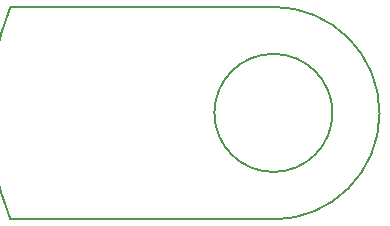
<source format=gbr>
%TF.GenerationSoftware,KiCad,Pcbnew,(6.0.0)*%
%TF.CreationDate,2022-07-24T19:50:36-05:00*%
%TF.ProjectId,DriveByWireMr360Sensor,44726976-6542-4795-9769-72654d723336,rev?*%
%TF.SameCoordinates,Original*%
%TF.FileFunction,Profile,NP*%
%FSLAX46Y46*%
G04 Gerber Fmt 4.6, Leading zero omitted, Abs format (unit mm)*
G04 Created by KiCad (PCBNEW (6.0.0)) date 2022-07-24 19:50:36*
%MOMM*%
%LPD*%
G01*
G04 APERTURE LIST*
%TA.AperFunction,Profile*%
%ADD10C,0.200000*%
%TD*%
G04 APERTURE END LIST*
D10*
X90937405Y-70121001D02*
X113186000Y-70121000D01*
X90937405Y-70121001D02*
G75*
G03*
X90937406Y-88121000I22248594J-8999998D01*
G01*
X90937405Y-88121000D02*
X113186000Y-88121000D01*
X118199999Y-79099999D02*
G75*
G03*
X118199999Y-79099999I-4999999J0D01*
G01*
X113186000Y-88121000D02*
G75*
G03*
X113186000Y-70121000I0J9000000D01*
G01*
M02*

</source>
